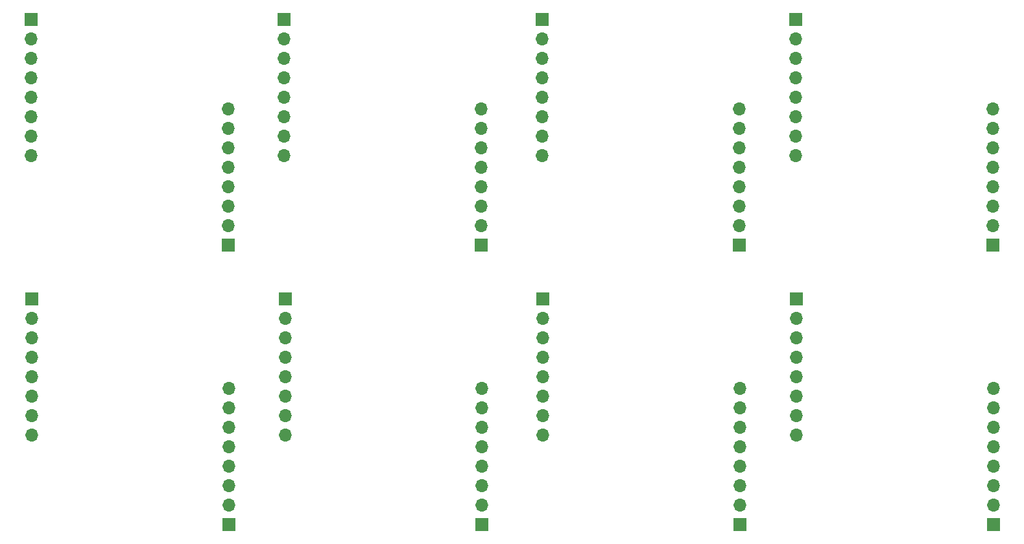
<source format=gbr>
%TF.GenerationSoftware,KiCad,Pcbnew,(7.0.0-0)*%
%TF.CreationDate,2023-03-26T23:37:05+02:00*%
%TF.ProjectId,microsdcard_sub_panelized_wocuts,6d696372-6f73-4646-9361-72645f737562,rev?*%
%TF.SameCoordinates,Original*%
%TF.FileFunction,Copper,L2,Bot*%
%TF.FilePolarity,Positive*%
%FSLAX46Y46*%
G04 Gerber Fmt 4.6, Leading zero omitted, Abs format (unit mm)*
G04 Created by KiCad (PCBNEW (7.0.0-0)) date 2023-03-26 23:37:05*
%MOMM*%
%LPD*%
G01*
G04 APERTURE LIST*
%TA.AperFunction,ComponentPad*%
%ADD10R,1.700000X1.700000*%
%TD*%
%TA.AperFunction,ComponentPad*%
%ADD11O,1.700000X1.700000*%
%TD*%
G04 APERTURE END LIST*
D10*
%TO.P,REF\u002A\u002A,1*%
%TO.N,N/C*%
X157340199Y-78335399D03*
D11*
%TO.P,REF\u002A\u002A,2*%
X157340199Y-80875399D03*
%TO.P,REF\u002A\u002A,3*%
X157340199Y-83415399D03*
%TO.P,REF\u002A\u002A,4*%
X157340199Y-85955399D03*
%TO.P,REF\u002A\u002A,5*%
X157340199Y-88495399D03*
%TO.P,REF\u002A\u002A,6*%
X157340199Y-91035399D03*
%TO.P,REF\u002A\u002A,7*%
X157340199Y-93575399D03*
%TO.P,REF\u002A\u002A,8*%
X157340199Y-96115399D03*
%TD*%
D10*
%TO.P,REF\u002A\u002A,1*%
%TO.N,N/C*%
X123665199Y-78335399D03*
D11*
%TO.P,REF\u002A\u002A,2*%
X123665199Y-80875399D03*
%TO.P,REF\u002A\u002A,3*%
X123665199Y-83415399D03*
%TO.P,REF\u002A\u002A,4*%
X123665199Y-85955399D03*
%TO.P,REF\u002A\u002A,5*%
X123665199Y-88495399D03*
%TO.P,REF\u002A\u002A,6*%
X123665199Y-91035399D03*
%TO.P,REF\u002A\u002A,7*%
X123665199Y-93575399D03*
%TO.P,REF\u002A\u002A,8*%
X123665199Y-96115399D03*
%TD*%
D10*
%TO.P,REF\u002A\u002A,1*%
%TO.N,N/C*%
X183078199Y-107795799D03*
D11*
%TO.P,REF\u002A\u002A,2*%
X183078199Y-105255799D03*
%TO.P,REF\u002A\u002A,3*%
X183078199Y-102715799D03*
%TO.P,REF\u002A\u002A,4*%
X183078199Y-100175799D03*
%TO.P,REF\u002A\u002A,5*%
X183078199Y-97635799D03*
%TO.P,REF\u002A\u002A,6*%
X183078199Y-95095799D03*
%TO.P,REF\u002A\u002A,7*%
X183078199Y-92555799D03*
%TO.P,REF\u002A\u002A,8*%
X183078199Y-90015799D03*
%TD*%
D10*
%TO.P,REF\u002A\u002A,1*%
%TO.N,N/C*%
X149403199Y-107795799D03*
D11*
%TO.P,REF\u002A\u002A,2*%
X149403199Y-105255799D03*
%TO.P,REF\u002A\u002A,3*%
X149403199Y-102715799D03*
%TO.P,REF\u002A\u002A,4*%
X149403199Y-100175799D03*
%TO.P,REF\u002A\u002A,5*%
X149403199Y-97635799D03*
%TO.P,REF\u002A\u002A,6*%
X149403199Y-95095799D03*
%TO.P,REF\u002A\u002A,7*%
X149403199Y-92555799D03*
%TO.P,REF\u002A\u002A,8*%
X149403199Y-90015799D03*
%TD*%
D10*
%TO.P,REF\u002A\u002A,1*%
%TO.N,N/C*%
X116326599Y-107810399D03*
D11*
%TO.P,REF\u002A\u002A,2*%
X116326599Y-105270399D03*
%TO.P,REF\u002A\u002A,3*%
X116326599Y-102730399D03*
%TO.P,REF\u002A\u002A,4*%
X116326599Y-100190399D03*
%TO.P,REF\u002A\u002A,5*%
X116326599Y-97650399D03*
%TO.P,REF\u002A\u002A,6*%
X116326599Y-95110399D03*
%TO.P,REF\u002A\u002A,7*%
X116326599Y-92570399D03*
%TO.P,REF\u002A\u002A,8*%
X116326599Y-90030399D03*
%TD*%
D10*
%TO.P,REF\u002A\u002A,1*%
%TO.N,N/C*%
X90588599Y-78349999D03*
D11*
%TO.P,REF\u002A\u002A,2*%
X90588599Y-80889999D03*
%TO.P,REF\u002A\u002A,3*%
X90588599Y-83429999D03*
%TO.P,REF\u002A\u002A,4*%
X90588599Y-85969999D03*
%TO.P,REF\u002A\u002A,5*%
X90588599Y-88509999D03*
%TO.P,REF\u002A\u002A,6*%
X90588599Y-91049999D03*
%TO.P,REF\u002A\u002A,7*%
X90588599Y-93589999D03*
%TO.P,REF\u002A\u002A,8*%
X90588599Y-96129999D03*
%TD*%
D10*
%TO.P,REF\u002A\u002A,1*%
%TO.N,N/C*%
X190416799Y-78320799D03*
D11*
%TO.P,REF\u002A\u002A,2*%
X190416799Y-80860799D03*
%TO.P,REF\u002A\u002A,3*%
X190416799Y-83400799D03*
%TO.P,REF\u002A\u002A,4*%
X190416799Y-85940799D03*
%TO.P,REF\u002A\u002A,5*%
X190416799Y-88480799D03*
%TO.P,REF\u002A\u002A,6*%
X190416799Y-91020799D03*
%TO.P,REF\u002A\u002A,7*%
X190416799Y-93560799D03*
%TO.P,REF\u002A\u002A,8*%
X190416799Y-96100799D03*
%TD*%
D10*
%TO.P,REF\u002A\u002A,1*%
%TO.N,N/C*%
X216154799Y-107781199D03*
D11*
%TO.P,REF\u002A\u002A,2*%
X216154799Y-105241199D03*
%TO.P,REF\u002A\u002A,3*%
X216154799Y-102701199D03*
%TO.P,REF\u002A\u002A,4*%
X216154799Y-100161199D03*
%TO.P,REF\u002A\u002A,5*%
X216154799Y-97621199D03*
%TO.P,REF\u002A\u002A,6*%
X216154799Y-95081199D03*
%TO.P,REF\u002A\u002A,7*%
X216154799Y-92541199D03*
%TO.P,REF\u002A\u002A,8*%
X216154799Y-90001199D03*
%TD*%
D10*
%TO.P,REF\u002A\u002A,1*%
%TO.N,N/C*%
X90688599Y-114849999D03*
D11*
%TO.P,REF\u002A\u002A,2*%
X90688599Y-117389999D03*
%TO.P,REF\u002A\u002A,3*%
X90688599Y-119929999D03*
%TO.P,REF\u002A\u002A,4*%
X90688599Y-122469999D03*
%TO.P,REF\u002A\u002A,5*%
X90688599Y-125009999D03*
%TO.P,REF\u002A\u002A,6*%
X90688599Y-127549999D03*
%TO.P,REF\u002A\u002A,7*%
X90688599Y-130089999D03*
%TO.P,REF\u002A\u002A,8*%
X90688599Y-132629999D03*
%TD*%
D10*
%TO.P,REF\u002A\u002A,1*%
%TO.N,N/C*%
X216254799Y-144281199D03*
D11*
%TO.P,REF\u002A\u002A,2*%
X216254799Y-141741199D03*
%TO.P,REF\u002A\u002A,3*%
X216254799Y-139201199D03*
%TO.P,REF\u002A\u002A,4*%
X216254799Y-136661199D03*
%TO.P,REF\u002A\u002A,5*%
X216254799Y-134121199D03*
%TO.P,REF\u002A\u002A,6*%
X216254799Y-131581199D03*
%TO.P,REF\u002A\u002A,7*%
X216254799Y-129041199D03*
%TO.P,REF\u002A\u002A,8*%
X216254799Y-126501199D03*
%TD*%
D10*
%TO.P,REF\u002A\u002A,1*%
%TO.N,N/C*%
X157440199Y-114835399D03*
D11*
%TO.P,REF\u002A\u002A,2*%
X157440199Y-117375399D03*
%TO.P,REF\u002A\u002A,3*%
X157440199Y-119915399D03*
%TO.P,REF\u002A\u002A,4*%
X157440199Y-122455399D03*
%TO.P,REF\u002A\u002A,5*%
X157440199Y-124995399D03*
%TO.P,REF\u002A\u002A,6*%
X157440199Y-127535399D03*
%TO.P,REF\u002A\u002A,7*%
X157440199Y-130075399D03*
%TO.P,REF\u002A\u002A,8*%
X157440199Y-132615399D03*
%TD*%
D10*
%TO.P,REF\u002A\u002A,1*%
%TO.N,N/C*%
X190516799Y-114820799D03*
D11*
%TO.P,REF\u002A\u002A,2*%
X190516799Y-117360799D03*
%TO.P,REF\u002A\u002A,3*%
X190516799Y-119900799D03*
%TO.P,REF\u002A\u002A,4*%
X190516799Y-122440799D03*
%TO.P,REF\u002A\u002A,5*%
X190516799Y-124980799D03*
%TO.P,REF\u002A\u002A,6*%
X190516799Y-127520799D03*
%TO.P,REF\u002A\u002A,7*%
X190516799Y-130060799D03*
%TO.P,REF\u002A\u002A,8*%
X190516799Y-132600799D03*
%TD*%
D10*
%TO.P,REF\u002A\u002A,1*%
%TO.N,N/C*%
X183178199Y-144295799D03*
D11*
%TO.P,REF\u002A\u002A,2*%
X183178199Y-141755799D03*
%TO.P,REF\u002A\u002A,3*%
X183178199Y-139215799D03*
%TO.P,REF\u002A\u002A,4*%
X183178199Y-136675799D03*
%TO.P,REF\u002A\u002A,5*%
X183178199Y-134135799D03*
%TO.P,REF\u002A\u002A,6*%
X183178199Y-131595799D03*
%TO.P,REF\u002A\u002A,7*%
X183178199Y-129055799D03*
%TO.P,REF\u002A\u002A,8*%
X183178199Y-126515799D03*
%TD*%
D10*
%TO.P,REF\u002A\u002A,1*%
%TO.N,N/C*%
X123765199Y-114835399D03*
D11*
%TO.P,REF\u002A\u002A,2*%
X123765199Y-117375399D03*
%TO.P,REF\u002A\u002A,3*%
X123765199Y-119915399D03*
%TO.P,REF\u002A\u002A,4*%
X123765199Y-122455399D03*
%TO.P,REF\u002A\u002A,5*%
X123765199Y-124995399D03*
%TO.P,REF\u002A\u002A,6*%
X123765199Y-127535399D03*
%TO.P,REF\u002A\u002A,7*%
X123765199Y-130075399D03*
%TO.P,REF\u002A\u002A,8*%
X123765199Y-132615399D03*
%TD*%
D10*
%TO.P,REF\u002A\u002A,1*%
%TO.N,N/C*%
X149503199Y-144295799D03*
D11*
%TO.P,REF\u002A\u002A,2*%
X149503199Y-141755799D03*
%TO.P,REF\u002A\u002A,3*%
X149503199Y-139215799D03*
%TO.P,REF\u002A\u002A,4*%
X149503199Y-136675799D03*
%TO.P,REF\u002A\u002A,5*%
X149503199Y-134135799D03*
%TO.P,REF\u002A\u002A,6*%
X149503199Y-131595799D03*
%TO.P,REF\u002A\u002A,7*%
X149503199Y-129055799D03*
%TO.P,REF\u002A\u002A,8*%
X149503199Y-126515799D03*
%TD*%
D10*
%TO.P,REF\u002A\u002A,1*%
%TO.N,N/C*%
X116426599Y-144310399D03*
D11*
%TO.P,REF\u002A\u002A,2*%
X116426599Y-141770399D03*
%TO.P,REF\u002A\u002A,3*%
X116426599Y-139230399D03*
%TO.P,REF\u002A\u002A,4*%
X116426599Y-136690399D03*
%TO.P,REF\u002A\u002A,5*%
X116426599Y-134150399D03*
%TO.P,REF\u002A\u002A,6*%
X116426599Y-131610399D03*
%TO.P,REF\u002A\u002A,7*%
X116426599Y-129070399D03*
%TO.P,REF\u002A\u002A,8*%
X116426599Y-126530399D03*
%TD*%
M02*

</source>
